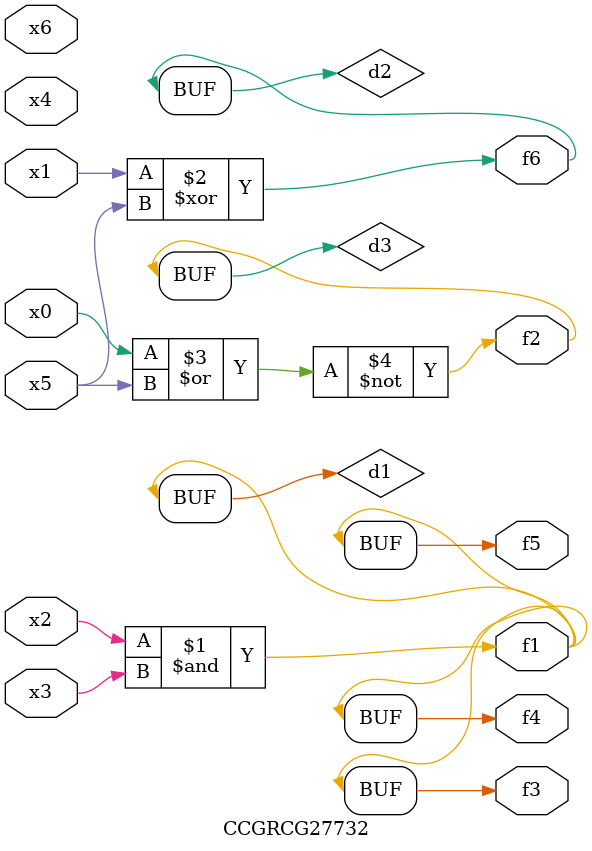
<source format=v>
module CCGRCG27732(
	input x0, x1, x2, x3, x4, x5, x6,
	output f1, f2, f3, f4, f5, f6
);

	wire d1, d2, d3;

	and (d1, x2, x3);
	xor (d2, x1, x5);
	nor (d3, x0, x5);
	assign f1 = d1;
	assign f2 = d3;
	assign f3 = d1;
	assign f4 = d1;
	assign f5 = d1;
	assign f6 = d2;
endmodule

</source>
